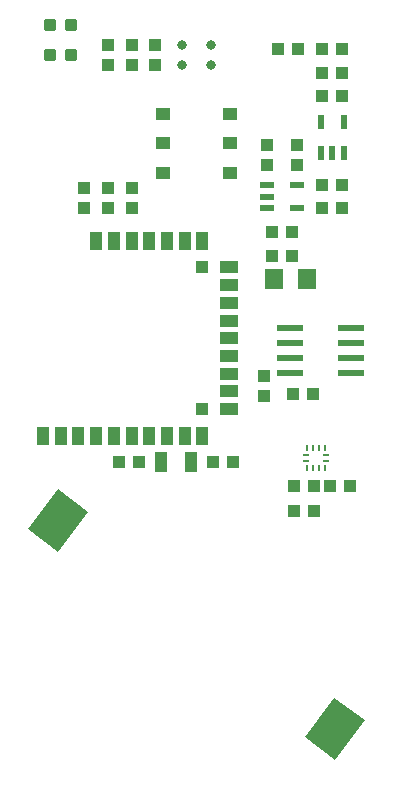
<source format=gbr>
G75*
%MOIN*%
%OFA0B0*%
%FSLAX25Y25*%
%IPPOS*%
%LPD*%
%AMOC8*
5,1,8,0,0,1.08239X$1,22.5*
%
%ADD10C,0.01181*%
%ADD11R,0.04331X0.03937*%
%ADD12R,0.06299X0.07087*%
%ADD13R,0.03937X0.04331*%
%ADD14R,0.04724X0.02165*%
%ADD15R,0.04331X0.06693*%
%ADD16R,0.03937X0.05906*%
%ADD17R,0.05906X0.03937*%
%ADD18R,0.03937X0.03937*%
%ADD19R,0.02165X0.04724*%
%ADD20C,0.03150*%
%ADD21R,0.12598X0.16535*%
%ADD22R,0.08661X0.02362*%
%ADD23R,0.04528X0.03937*%
%ADD24R,0.00984X0.01969*%
%ADD25R,0.01969X0.00984*%
D10*
X0011705Y0239567D02*
X0011705Y0236811D01*
X0008949Y0236811D01*
X0008949Y0239567D01*
X0011705Y0239567D01*
X0011705Y0237991D02*
X0008949Y0237991D01*
X0008949Y0239171D02*
X0011705Y0239171D01*
X0018610Y0239567D02*
X0018610Y0236811D01*
X0015854Y0236811D01*
X0015854Y0239567D01*
X0018610Y0239567D01*
X0018610Y0237991D02*
X0015854Y0237991D01*
X0015854Y0239171D02*
X0018610Y0239171D01*
X0011705Y0249409D02*
X0011705Y0246653D01*
X0008949Y0246653D01*
X0008949Y0249409D01*
X0011705Y0249409D01*
X0011705Y0247833D02*
X0008949Y0247833D01*
X0008949Y0249013D02*
X0011705Y0249013D01*
X0018610Y0249409D02*
X0018610Y0246653D01*
X0015854Y0246653D01*
X0015854Y0249409D01*
X0018610Y0249409D01*
X0018610Y0247833D02*
X0015854Y0247833D01*
X0015854Y0249013D02*
X0018610Y0249013D01*
D11*
X0029528Y0241535D03*
X0029528Y0234843D03*
X0037402Y0241535D03*
X0037402Y0234843D03*
X0107677Y0232283D03*
X0100984Y0232283D03*
X0091142Y0125000D03*
X0097835Y0125000D03*
X0039764Y0102362D03*
X0033071Y0102362D03*
X0064567Y0102362D03*
X0071260Y0102362D03*
X0084252Y0179134D03*
X0090945Y0179134D03*
X0086220Y0240157D03*
X0092913Y0240157D03*
X0021654Y0187106D03*
X0021654Y0193799D03*
X0084252Y0171260D03*
X0090945Y0171260D03*
X0037402Y0187106D03*
X0037402Y0193799D03*
X0098327Y0094488D03*
X0091634Y0094488D03*
X0098327Y0086122D03*
X0091634Y0086122D03*
X0103445Y0094488D03*
X0110138Y0094488D03*
D12*
X0085039Y0163386D03*
X0096063Y0163386D03*
D13*
X0082677Y0201378D03*
X0082677Y0208071D03*
X0092520Y0201378D03*
X0092520Y0208071D03*
X0100984Y0187008D03*
X0107677Y0187008D03*
X0045276Y0234843D03*
X0045276Y0241535D03*
X0100984Y0194882D03*
X0107677Y0194882D03*
X0107677Y0240157D03*
X0100984Y0240157D03*
X0107677Y0224409D03*
X0100984Y0224409D03*
X0029528Y0193799D03*
X0029528Y0187106D03*
X0081693Y0124606D03*
X0081693Y0131299D03*
D14*
X0082480Y0194685D03*
X0082480Y0190945D03*
X0082480Y0187205D03*
X0092717Y0187205D03*
X0092717Y0194685D03*
D15*
X0057087Y0102362D03*
X0047244Y0102362D03*
D16*
X0007874Y0111220D03*
X0013780Y0111220D03*
X0019685Y0111220D03*
X0025591Y0111220D03*
X0031496Y0111220D03*
X0037402Y0111220D03*
X0043307Y0111220D03*
X0049213Y0111220D03*
X0055118Y0111220D03*
X0061024Y0111220D03*
X0061024Y0176181D03*
X0055118Y0176181D03*
X0049213Y0176181D03*
X0043307Y0176181D03*
X0037402Y0176181D03*
X0031496Y0176181D03*
X0025591Y0176181D03*
D17*
X0069882Y0120079D03*
X0069882Y0125984D03*
X0069882Y0131890D03*
X0069882Y0137795D03*
X0069882Y0143701D03*
X0069882Y0149606D03*
X0069882Y0155512D03*
X0069882Y0161417D03*
X0069882Y0167323D03*
D18*
X0061024Y0120079D03*
X0061024Y0167323D03*
D19*
X0100591Y0205512D03*
X0104331Y0205512D03*
X0108071Y0205512D03*
X0108071Y0215748D03*
X0100591Y0215748D03*
D20*
X0063898Y0241535D03*
X0063898Y0234843D03*
X0054213Y0241535D03*
X0054213Y0234843D03*
D21*
G36*
X0013047Y0072546D02*
X0002987Y0080128D01*
X0012937Y0093332D01*
X0022997Y0085750D01*
X0013047Y0072546D01*
G37*
G36*
X0105173Y0003124D02*
X0095113Y0010706D01*
X0105063Y0023910D01*
X0115123Y0016328D01*
X0105173Y0003124D01*
G37*
D22*
X0110630Y0137264D03*
X0090157Y0137264D03*
X0110630Y0132264D03*
X0110630Y0142264D03*
X0110630Y0147264D03*
X0090157Y0132264D03*
X0090157Y0142264D03*
X0090157Y0147264D03*
D23*
X0070177Y0198819D03*
X0070177Y0208661D03*
X0070177Y0218504D03*
X0047933Y0198819D03*
X0047933Y0208661D03*
X0047933Y0218504D03*
D24*
X0101870Y0107283D03*
X0099902Y0107283D03*
X0097933Y0107283D03*
X0095965Y0107283D03*
X0095965Y0100394D03*
X0097933Y0100394D03*
X0099902Y0100394D03*
X0101870Y0100394D03*
D25*
X0095472Y0104823D03*
X0102362Y0102854D03*
X0102362Y0104823D03*
X0095472Y0102854D03*
M02*

</source>
